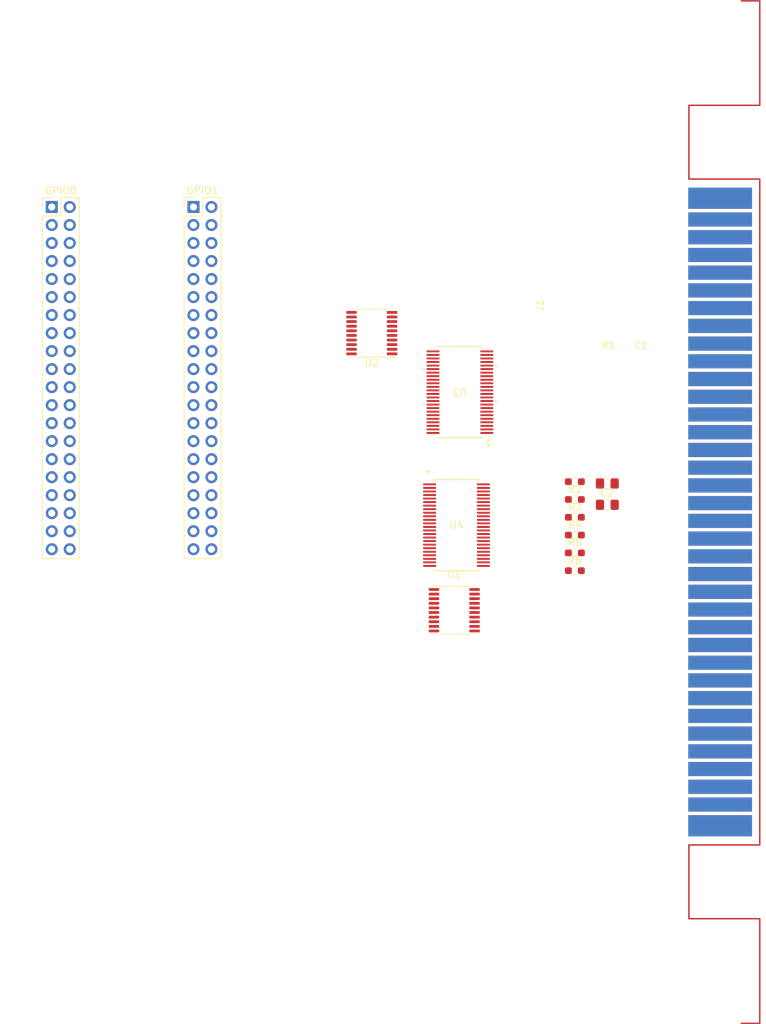
<source format=kicad_pcb>
(kicad_pcb (version 20221018) (generator pcbnew)
  (layers (0 "F.Cu" signal) (31 "B.Cu" signal) (34 "B.Paste" user) (35 "F.Paste" user) (36 "B.SilkS" user "B.Silkscreen") (37 "F.SilkS" user "F.Silkscreen") (38 "B.Mask" user) (39 "F.Mask" user) (44 "Edge.Cuts" user))
  (net 0 "")
  (net 1 "VcA")
  (net 2 "GND")
  (net 3 "VcB")
  (net 4 "(2)CPUA11")
  (net 5 "(3)CPUA10")
  (net 6 "(4)CPUA9")
  (net 7 "(5)CPUA8")
  (net 8 "(6)CPUA7")
  (net 9 "(7)CPUA6")
  (net 10 "(8)CPUA5")
  (net 11 "(9)CPUA4")
  (net 12 "(10)CPUA3")
  (net 13 "(11)CPUA2")
  (net 14 "(12)CPUA1")
  (net 15 "(13)CPUA0")
  (net 16 "(14)CPU.R{slash}W")
  (net 17 "(15){slash}IRQ")
  (net 18 "(16)EXP0")
  (net 19 "(17)EXP1")
  (net 20 "(18)EXP2")
  (net 21 "(19)EXP3")
  (net 22 "(20)EXP4")
  (net 23 "(21)PPU{slash}RD")
  (net 24 "(22)CIRAMA10")
  (net 25 "(23)PPUA6")
  (net 26 "(24)PPUA5")
  (net 27 "(25)PPUA4")
  (net 28 "(26)PPUA3")
  (net 29 "(27)PPUA2")
  (net 30 "(28)PPUA1")
  (net 31 "(29)PPUA0")
  (net 32 "(33)PPUD3")
  (net 33 "(32)PPUD2")
  (net 34 "(31)PPUD1")
  (net 35 "(30)PPUD0")
  (net 36 "(34)CICtoPak")
  (net 37 "(35)CICtoMB")
  (net 38 "(36)5V")
  (net 39 "(64)PPUA12")
  (net 40 "(65)PPUA13")
  (net 41 "(66)PPUD7")
  (net 42 "(67)PPUD6")
  (net 43 "(63)PPUA10")
  (net 44 "(58)PPU{slash}A13")
  (net 45 "(60)PPUA8")
  (net 46 "(59)PPUA7")
  (net 47 "(61)PPUA9")
  (net 48 "(62)PPUA11")
  (net 49 "(37)SYSTEM CLK")
  (net 50 "(38)M2")
  (net 51 "(39)CPUA12")
  (net 52 "(40)CPUA13")
  (net 53 "(53)EXP7")
  (net 54 "(51)EXP9")
  (net 55 "(52)EXP8")
  (net 56 "(42)CPUD7")
  (net 57 "(47)CPUD2")
  (net 58 "(56)PPU{slash}RD")
  (net 59 "(43)CPUD6")
  (net 60 "(45)CPUD4")
  (net 61 "(50){slash}ROMSEL ({slash}A15 + {slash}M2)")
  (net 62 "(46)CPUD3")
  (net 63 "(49)CPUD0")
  (net 64 "(55)EXP5")
  (net 65 "(48)CPUD1")
  (net 66 "(44)CPUD5")
  (net 67 "(41)CPUA14")
  (net 68 "(54)EXP6")
  (net 69 "(57)CIRAM{slash}CE")
  (net 70 "(68)PPUD5")
  (net 71 "(69)PPUD4")
  (net 72 "(70)CIC+RST")
  (net 73 "(71)CICCLK")
  (net 74 "Net-(U1-OE)")
  (net 75 "Net-(U2-OE)")
  (net 76 "Net-(U3-1OE*)")
  (net 77 "Net-(U3-2OE*)")
  (net 78 "Net-(U4-1OE*)")
  (net 79 "Net-(U4-2OE*)")
  (net 80 "(30C)PPUD0")
  (net 81 "(31C)PPUD1")
  (net 82 "(32C)PPUD2")
  (net 83 "(33C)PPUD3")
  (net 84 "(69C)PPUD4")
  (net 85 "(68C)PPUD5")
  (net 86 "(67C)PPUD6")
  (net 87 "(66C)PPUD7")
  (net 88 "(49C)CPUD0")
  (net 89 "(48C)CPUD1")
  (net 90 "(47C)CPUD2")
  (net 91 "(46C)CPUD3")
  (net 92 "(45C)CPUD4")
  (net 93 "(44C)CPUD5")
  (net 94 "(43C)CPUD6")
  (net 95 "(42C)CPUD7")
  (net 97 "GND.U3")
  (net 98 "(39C)CPUA12")
  (net 99 "(40C)CPUA13")
  (net 100 "(41C)CPUA14")
  (net 104 "(2C)CPUA11")
  (net 105 "(3C)CPUA10")
  (net 106 "(4C)CPUA9")
  (net 107 "(5C)CPUA8")
  (net 108 "(6C)CPUA7")
  (net 109 "(7C)CPUA6")
  (net 110 "(8C)CPUA5")
  (net 111 "(9C)CPUA4")
  (net 112 "(10C)CPUA3")
  (net 113 "(11C)CPUA2")
  (net 114 "(12C)CPUA1")
  (net 115 "(13C)CPUA0")
  (net 122 "GND.U4")
  (net 123 "(65C)PPUA13")
  (net 124 "(64C)PPUA12")
  (net 125 "(63C)PPUA10")
  (net 126 "(62C)PPUA11")
  (net 127 "(61C)PPUA9")
  (net 128 "(60C)PPUA8")
  (net 129 "(59C)PPUA7")
  (net 130 "(23C)PPUA6")
  (net 131 "(24C)PPUA5")
  (net 132 "(25C)PPUA4")
  (net 133 "(26C)PPUA3")
  (net 134 "(27C)PPUA2")
  (net 135 "(28C)PPUA1")
  (net 136 "(29C)PPUA0")
  (net 138 "(14C)CPU.R{slash}W")
  (net 139 "(15C){slash}IRQ")
  (net 140 "(57C)CIRAM{slash}CE")
  (net 141 "(22C)CIRAMA10")
  (net 146 "(38C)M2")
  (net 148 "(50C){slash}ROMSEL ({slash}A15 + {slash}M2)")
  (net 150 "(37C)SYSTEM CLK")
  (net 151 "(58C)PPU{slash}A13")
  (net 152 "(21C)PPU{slash}RD")
  (net 153 "(56C)PPU{slash}RD")
  (net 154 "(20C)EXP4")
  (net 155 "(55C)EXP5")
  (net 156 "(54C)EXP6")
  (net 157 "(19C)EXP3")
  (net 158 "(53C)EXP7")
  (net 159 "(18C)EXP2")
  (net 160 "(52C)EXP8")
  (net 161 "(17C)EXP1")
  (net 162 "(51C)EXP9")
  (net 163 "(16C)EXP0")
  (footprint "Resistor_SMD:R_0603_1608Metric_Pad0.98x0.95mm_HandSolder" (layer "F.Cu") (at 136.5 98.015)
    (fp_text reference "R5" (at 0 -1.43) (layer "F.SilkS"))
    (fp_text value "R")
    (fp_line (start -0.254724 -0.5225) (end 0.254724 -0.5225) (stroke (width 0.12)) (layer "F.SilkS"))
    (fp_line (start -0.254724 0.5225) (end 0.254724 0.5225) (stroke (width 0.12)) (layer "F.SilkS"))
    (pad "1" smd roundrect (at -0.9125 0) (size 0.975 0.95) (layers "F.Cu" "F.Paste" "F.Mask") (net 78 "Net-(U4-1OE*)"))
    (pad "2" smd roundrect (at 0.9125 0) (size 0.975 0.95) (layers "F.Cu" "F.Paste" "F.Mask") (net 1 "VcA"))
  )
  (footprint "Connector_PinHeader_2.54mm:PinHeader_2x20_P2.54mm_Vertical" (layer "F.Cu") (at 82.66 49.24)
    (fp_text reference "GPIO1" (at 1.27 -2.33) (layer "F.SilkS"))
    (fp_text value "Conn_02x20_Odd_Even")
    (fp_line (start -1.33 -1.33) (end 0 -1.33) (stroke (width 0.12)) (layer "F.SilkS"))
    (fp_line (start -1.33 0) (end -1.33 -1.33) (stroke (width 0.12)) (layer "F.SilkS"))
    (fp_line (start -1.33 1.27) (end -1.33 49.59) (stroke (width 0.12)) (layer "F.SilkS"))
    (fp_line (start -1.33 1.27) (end 1.27 1.27) (stroke (width 0.12)) (layer "F.SilkS"))
    (fp_line (start -1.33 49.59) (end 3.87 49.59) (stroke (width 0.12)) (layer "F.SilkS"))
    (fp_line (start 1.27 -1.33) (end 3.87 -1.33) (stroke (width 0.12)) (layer "F.SilkS"))
    (fp_line (start 1.27 1.27) (end 1.27 -1.33) (stroke (width 0.12)) (layer "F.SilkS"))
    (fp_line (start 3.87 -1.33) (end 3.87 49.59) (stroke (width 0.12)) (layer "F.SilkS"))
    (pad "1" thru_hole rect (at 0 0) (size 1.7 1.7) (drill 1) (layers "*.Cu" "*.Mask") (net 150 "(37C)SYSTEM CLK"))
    (pad "2" thru_hole oval (at 2.54 0) (size 1.7 1.7) (drill 1) (layers "*.Cu" "*.Mask") (net 136 "(29C)PPUA0"))
    (pad "3" thru_hole oval (at 0 2.54) (size 1.7 1.7) (drill 1) (layers "*.Cu" "*.Mask") (net 151 "(58C)PPU{slash}A13"))
    (pad "4" thru_hole oval (at 2.54 2.54) (size 1.7 1.7) (drill 1) (layers "*.Cu" "*.Mask") (net 135 "(28C)PPUA1"))
    (pad "5" thru_hole oval (at 0 5.08) (size 1.7 1.7) (drill 1) (layers "*.Cu" "*.Mask") (net 152 "(21C)PPU{slash}RD"))
    (pad "6" thru_hole oval (at 2.54 5.08) (size 1.7 1.7) (drill 1) (layers "*.Cu" "*.Mask") (net 134 "(27C)PPUA2"))
    (pad "7" thru_hole oval (at 0 7.62) (size 1.7 1.7) (drill 1) (layers "*.Cu" "*.Mask") (net 153 "(56C)PPU{slash}RD"))
    (pad "8" thru_hole oval (at 2.54 7.62) (size 1.7 1.7) (drill 1) (layers "*.Cu" "*.Mask") (net 133 "(26C)PPUA3"))
    (pad "9" thru_hole oval (at 0 10.16) (size 1.7 1.7) (drill 1) (layers "*.Cu" "*.Mask") (net 80 "(30C)PPUD0"))
    (pad "10" thru_hole oval (at 2.54 10.16) (size 1.7 1.7) (drill 1) (layers "*.Cu" "*.Mask") (net 132 "(25C)PPUA4"))
    (pad "11" thru_hole oval (at 0 12.7) (size 1.7 1.7) (drill 1) (layers "*.Cu" "*.Mask") (net 3 "VcB"))
    (pad "12" thru_hole oval (at 2.54 12.7) (size 1.7 1.7) (drill 1) (layers "*.Cu" "*.Mask") (net 2 "GND"))
    (pad "13" thru_hole oval (at 0 15.24) (size 1.7 1.7) (drill 1) (layers "*.Cu" "*.Mask") (net 81 "(31C)PPUD1"))
    (pad "14" thru_hole oval (at 2.54 15.24) (size 1.7 1.7) (drill 1) (layers "*.Cu" "*.Mask") (net 131 "(24C)PPUA5"))
    (pad "15" thru_hole oval (at 0 17.78) (size 1.7 1.7) (drill 1) (layers "*.Cu" "*.Mask") (net 82 "(32C)PPUD2"))
    (pad "16" thru_hole oval (at 2.54 17.78) (size 1.7 1.7) (drill 1) (layers "*.Cu" "*.Mask") (net 130 "(23C)PPUA6"))
    (pad "17" thru_hole oval (at 0 20.32) (size 1.7 1.7) (drill 1) (layers "*.Cu" "*.Mask") (net 83 "(33C)PPUD3"))
    (pad "18" thru_hole oval (at 2.54 20.32) (size 1.7 1.7) (drill 1) (layers "*.Cu" "*.Mask") (net 129 "(59C)PPUA7"))
    (pad "19" thru_hole oval (at 0 22.86) (size 1.7 1.7) (drill 1) (layers "*.Cu" "*.Mask") (net 84 "(69C)PPUD4"))
    (pad "20" thru_hole oval (at 2.54 22.86) (size 1.7 1.7) (drill 1) (layers "*.Cu" "*.Mask") (net 128 "(60C)PPUA8"))
    (pad "21" thru_hole oval (at 0 25.4) (size 1.7 1.7) (drill 1) (layers "*.Cu" "*.Mask") (net 85 "(68C)PPUD5"))
    (pad "22" thru_hole oval (at 2.54 25.4) (size 1.7 1.7) (drill 1) (layers "*.Cu" "*.Mask") (net 127 "(61C)PPUA9"))
    (pad "23" thru_hole oval (at 0 27.94) (size 1.7 1.7) (drill 1) (layers "*.Cu" "*.Mask") (net 86 "(67C)PPUD6"))
    (pad "24" thru_hole oval (at 2.54 27.94) (size 1.7 1.7) (drill 1) (layers "*.Cu" "*.Mask") (net 126 "(62C)PPUA11"))
    (pad "25" thru_hole oval (at 0 30.48) (size 1.7 1.7) (drill 1) (layers "*.Cu" "*.Mask") (net 87 "(66C)PPUD7"))
    (pad "26" thru_hole oval (at 2.54 30.48) (size 1.7 1.7) (drill 1) (layers "*.Cu" "*.Mask") (net 125 "(63C)PPUA10"))
    (pad "27" thru_hole oval (at 0 33.02) (size 1.7 1.7) (drill 1) (layers "*.Cu" "*.Mask") (net 154 "(20C)EXP4"))
    (pad "28" thru_hole oval (at 2.54 33.02) (size 1.7 1.7) (drill 1) (layers "*.Cu" "*.Mask") (net 124 "(64C)PPUA12"))
    (pad "29" thru_hole oval (at 0 35.56) (size 1.7 1.7) (drill 1) (layers "*.Cu" "*.Mask") (net 1 "VcA"))
    (pad "30" thru_hole oval (at 2.54 35.56) (size 1.7 1.7) (drill 1) (layers "*.Cu" "*.Mask") (net 2 "GND"))
    (pad "31" thru_hole oval (at 0 38.1) (size 1.7 1.7) (drill 1) (layers "*.Cu" "*.Mask") (net 155 "(55C)EXP5"))
    (pad "32" thru_hole oval (at 2.54 38.1) (size 1.7 1.7) (drill 1) (layers "*.Cu" "*.Mask") (net 123 "(65C)PPUA13"))
    (pad "33" thru_hole oval (at 0 40.64) (size 1.7 1.7) (drill 1) (layers "*.Cu" "*.Mask") (net 156 "(54C)EXP6"))
    (pad "34" thru_hole oval (at 2.54 40.64) (size 1.7 1.7) (drill 1) (layers "*.Cu" "*.Mask") (net 157 "(19C)EXP3"))
    (pad "35" thru_hole oval (at 0 43.18) (size 1.7 1.7) (drill 1) (layers "*.Cu" "*.Mask") (net 158 "(53C)EXP7"))
    (pad "36" thru_hole oval (at 2.54 43.18) (size 1.7 1.7) (drill 1) (layers "*.Cu" "*.Mask") (net 159 "(18C)EXP2"))
    (pad "37" thru_hole oval (at 0 45.72) (size 1.7 1.7) (drill 1) (layers "*.Cu" "*.Mask") (net 160 "(52C)EXP8"))
    (pad "38" thru_hole oval (at 2.54 45.72) (size 1.7 1.7) (drill 1) (layers "*.Cu" "*.Mask") (net 161 "(17C)EXP1"))
    (pad "39" thru_hole oval (at 0 48.26) (size 1.7 1.7) (drill 1) (layers "*.Cu" "*.Mask") (net 162 "(51C)EXP9"))
    (pad "40" thru_hole oval (at 2.54 48.26) (size 1.7 1.7) (drill 1) (layers "*.Cu" "*.Mask") (net 163 "(16C)EXP0"))
  )
  (footprint "74ALCC164245DGG:SOT362-1_NXP-M" (layer "F.Cu") (at 119.796297 94.1034)
    (fp_text reference "U4" (at 0 0 unlocked) (layer "F.SilkS"))
    (fp_text value "74ALVC164245DGG")
    (fp_text user "*" (at -4.0505 -7.1724) (layer "F.SilkS"))
    (fp_text user "*" (at -4.0505 -7.1724 unlocked) (layer "F.SilkS"))
    (fp_line (start -3.2258 6.4262) (end 3.2258 6.4262) (stroke (width 0.1524)) (layer "F.SilkS"))
    (fp_line (start 3.2258 -6.4262) (end -3.2258 -6.4262) (stroke (width 0.1524)) (layer "F.SilkS"))
    (fp_poly (pts (xy -5.210899 -1.4405) (xy -5.210899 -1.0595) (xy -4.956899 -1.0595) (xy -4.956899 -1.4405)) (fill solid) (layer "F.SilkS"))
    (fp_poly (pts (xy -5.210899 3.5595) (xy -5.210899 3.9405) (xy -4.956899 3.9405) (xy -4.956899 3.5595)) (fill solid) (layer "F.SilkS"))
    (fp_poly (pts (xy 5.210899 -1.940502) (xy 5.210899 -1.559502) (xy 4.956899 -1.559502) (xy 4.956899 -1.940502)) (fill solid) (layer "F.SilkS"))
    (fp_poly (pts (xy 5.210899 3.059501) (xy 5.210899 3.440501) (xy 4.956899 3.440501) (xy 4.956899 3.059501)) (fill solid) (layer "F.SilkS"))
    (pad "1" smd rect (at -3.7965 -5.749999) (size 1.812798 0.2794) (layers "F.Cu" "F.Paste" "F.Mask"))
    (pad "2" smd rect (at -3.7965 -5.25) (size 1.812798 0.2794) (layers "F.Cu" "F.Paste" "F.Mask") (net 31 "(29)PPUA0"))
    (pad "3" smd rect (at -3.7965 -4.750001) (size 1.812798 0.2794) (layers "F.Cu" "F.Paste" "F.Mask") (net 30 "(28)PPUA1"))
    (pad "4" smd rect (at -3.7965 -4.249999) (size 1.812798 0.2794) (layers "F.Cu" "F.Paste" "F.Mask") (net 2 "GND"))
    (pad "5" smd rect (at -3.7965 -3.75) (size 1.812798 0.2794) (layers "F.Cu" "F.Paste" "F.Mask") (net 29 "(27)PPUA2"))
    (pad "6" smd rect (at -3.7965 -3.250001) (size 1.812798 0.2794) (layers "F.Cu" "F.Paste" "F.Mask") (net 28 "(26)PPUA3"))
    (pad "7" smd rect (at -3.7965 -2.75) (size 1.812798 0.2794) (layers "F.Cu" "F.Paste" "F.Mask") (net 3 "VcB"))
    (pad "8" smd rect (at -3.7965 -2.250001) (size 1.812798 0.2794) (layers "F.Cu" "F.Paste" "F.Mask") (net 27 "(25)PPUA4"))
    (pad "9" smd rect (at -3.7965 -1.749999) (size 1.812798 0.2794) (layers "F.Cu" "F.Paste" "F.Mask") (net 26 "(24)PPUA5"))
    (pad "10" smd rect (at -3.7965 -1.25) (size 1.812798 0.2794) (layers "F.Cu" "F.Paste" "F.Mask") (net 2 "GND"))
    (pad "11" smd rect (at -3.7965 -0.750001) (size 1.812798 0.2794) (layers "F.Cu" "F.Paste" "F.Mask") (net 25 "(23)PPUA6"))
    (pad "12" smd rect (at -3.7965 -0.25) (size 1.812798 0.2794) (layers "F.Cu" "F.Paste" "F.Mask") (net 46 "(59)PPUA7"))
    (pad "13" smd rect (at -3.7965 0.25) (size 1.812798 0.2794) (layers "F.Cu" "F.Paste" "F.Mask") (net 45 "(60)PPUA8"))
    (pad "14" smd rect (at -3.7965 0.750001) (size 1.812798 0.2794) (layers "F.Cu" "F.Paste" "F.Mask") (net 47 "(61)PPUA9"))
    (pad "15" smd rect (at -3.7965 1.25) (size 1.812798 0.2794) (layers "F.Cu" "F.Paste" "F.Mask") (net 2 "GND"))
    (pad "16" smd rect (at -3.7965 1.749999) (size 1.812798 0.2794) (layers "F.Cu" "F.Paste" "F.Mask") (net 48 "(62)PPUA11"))
    (pad "17" smd rect (at -3.7965 2.250001) (size 1.812798 0.2794) (layers "F.Cu" "F.Paste" "F.Mask") (net 43 "(63)PPUA10"))
    (pad "18" smd rect (at -3.7965 2.75) (size 1.812798 0.2794) (layers "F.Cu" "F.Paste" "F.Mask") (net 3 "VcB"))
    (pad "19" smd rect (at -3.7965 3.250001) (size 1.812798 0.2794) (layers "F.Cu" "F.Paste" "F.Mask") (net 39 "(64)PPUA12"))
    (pad "20" smd rect (at -3.7965 3.75) (size 1.812798 0.2794) (layers "F.Cu" "F.Paste" "F.Mask") (net 40 "(65)PPUA13"))
    (pad "21" smd rect (at -3.7965 4.249999) (size 1.812798 0.2794) (layers "F.Cu" "F.Paste" "F.Mask") (net 2 "GND"))
    (pad "22" smd rect (at -3.7965 4.750001) (size 1.812798 0.2794) (layers "F.Cu" "F.Paste" "F.Mask"))
    (pad "23" smd rect (at -3.7965 5.25) (size 1.812798 0.2794) (layers "F.Cu" "F.Paste" "F.Mask"))
    (pad "24" smd rect (at -3.7965 5.750001) (size 1.812798 0.2794) (layers "F.Cu" "F.Paste" "F.Mask"))
    (pad "25" smd rect (at 3.7965 5.749999) (size 1.812798 0.2794) (layers "F.Cu" "F.Paste" "F.Mask") (net 79 "Net-(U4-2OE*)"))
    (pad "26" smd rect (at 3.7965 5.25) (size 1.812798 0.2794) (layers "F.Cu" "F.Paste" "F.Mask"))
    (pad "27" smd rect (at 3.7965 4.750001) (size 1.812798 0.2794) (layers "F.Cu" "F.Paste" "F.Mask"))
    (pad "28" smd rect (at 3.7965 4.249999) (size 1.812798 0.2794) (layers "F.Cu" "F.Paste" "F.Mask") (net 122 "GND.U4"))
    (pad "29" smd rect (at 3.7965 3.75) (size 1.812798 0.2794) (layers "F.Cu" "F.Paste" "F.Mask") (net 123 "(65C)PPUA13"))
    (pad "30" smd rect (at 3.7965 3.249999) (size 1.812798 0.2794) (layers "F.Cu" "F.Paste" "F.Mask") (net 124 "(64C)PPUA12"))
    (pad "31" smd rect (at 3.7965 2.75) (size 1.812798 0.2794) (layers "F.Cu" "F.Paste" "F.Mask") (net 1 "VcA"))
    (pad "32" smd rect (at 3.7965 2.250001) (size 1.812798 0.2794) (layers "F.Cu" "F.Paste" "F.Mask") (net 125 "(63C)PPUA10"))
    (pad "33" smd rect (at 3.7965 1.749999) (size 1.812798 0.2794) (layers "F.Cu" "F.Paste" "F.Mask") (net 126 "(62C)PPUA11"))
    (pad "34" smd rect (at 3.7965 1.25) (size 1.812798 0.2794) (layers "F.Cu" "F.Paste" "F.Mask") (net 122 "GND.U4"))
    (pad "35" smd rect (at 3.7965 0.749998) (size 1.812798 0.2794) (layers "F.Cu" "F.Paste" "F.Mask") (net 127 "(61C)PPUA9"))
    (pad "36" smd rect (at 3.7965 0.25) (size 1.812798 0.2794) (layers "F.Cu" "F.Paste" "F.Mask") (net 128 "(60C)PPUA8"))
    (pad "37" smd rect (at 3.7965 -0.25) (size 1.812798 0.2794) (layers "F.Cu" "F.Paste" "F.Mask") (net 129 "(59C)PPUA7"))
    (pad "38" smd rect (at 3.7965 -0.750001) (size 1.812798 0.2794) (layers "F.Cu" "F.Paste" "F.Mask") (net 130 "(23C)PPUA6"))
    (pad "39" smd rect (at 3.7965 -1.25) (size 1.812798 0.2794) (layers "F.Cu" "F.Paste" "F.Mask") (net 122 "GND.U4"))
    (pad "40" smd rect (at 3.7965 -1.749999) (size 1.812798 0.2794) (layers "F.Cu" "F.Paste" "F.Mask") (net 131 "(24C)PPUA5"))
    (pad "41" smd rect (at 3.7965 -2.250001) (size 1.812798 0.2794) (layers "F.Cu" "F.Paste" "F.Mask") (net 132 "(25C)PPUA4"))
    (pad "42" smd rect (at 3.7965 -2.75) (size 1.812798 0.2794) (layers "F.Cu" "F.Paste" "F.Mask") (net 1 "VcA"))
    (pad "43" smd rect (at 3.7965 -3.250001) (size 1.812798 0.2794) (layers "F.Cu" "F.Paste" "F.Mask") (net 133 "(26C)PPUA3"))
    (pad "44" smd rect (at 3.7965 -3.75) (size 1.812798 0.2794) (layers "F.Cu" "F.Paste" "F.Mask") (net 134 "(27C)PPUA2"))
    (pad "45" smd rect (at 3.7965 -4.249999) (size 1.812798 0.2794) (layers "F.Cu" "F.Paste" "F.Mask") (net 122 "GND.U4"))
    (pad "46" smd rect (at 3.7965 -4.750001) (size 1.812798 0.2794) (layers "F.Cu" "F.Paste" "F.Mask") (net 135 "(28C)PPUA1"))
    (pad "47" smd rect (at 3.7965 -5.25) (size 1.812798 0.2794) (layers "F.Cu" "F.Paste" "F.Mask") (net 136 "(29C)PPUA0"))
    (pad "48" smd rect (at 3.7965 -5.750001) (size 1.812798 0.2794) (layers "F.Cu" "F.Paste" "F.Mask") (net 78 "Net-(U4-1OE*)"))
  )
  (footprint "Connector_PinHeader_2.54mm:PinHeader_2x20_P2.54mm_Vertical" (layer "F.Cu") (at 62.66 49.24)
    (fp_text reference "GPIO0" (at 1.27 -2.33) (layer "F.SilkS"))
    (fp_text value "Conn_02x20_Odd_Even")
    (fp_line (start -1.33 -1.33) (end 0 -1.33) (stroke (width 0.12)) (layer "F.SilkS"))
    (fp_line (start -1.33 0) (end -1.33 -1.33) (stroke (width 0.12)) (layer "F.SilkS"))
    (fp_line (start -1.33 1.27) (end -1.33 49.59) (stroke (width 0.12)) (layer "F.SilkS"))
    (fp_line (start -1.33 1.27) (end 1.27 1.27) (stroke (width 0.12)) (layer "F.SilkS"))
    (fp_line (start -1.33 49.59) (end 3.87 49.59) (stroke (width 0.12)) (layer "F.SilkS"))
    (fp_line (start 1.27 -1.33) (end 3.87 -1.33) (stroke (width 0.12)) (layer "F.SilkS"))
    (fp_line (start 1.27 1.27) (end 1.27 -1.33) (stroke (width 0.12)) (layer "F.SilkS"))
    (fp_line (start 3.87 -1.33) (end 3.87 49.59) (stroke (width 0.12)) (layer "F.SilkS"))
    (pad "1" thru_hole rect (at 0 0) (size 1.7 1.7) (drill 1) (layers "*.Cu" "*.Mask"))
    (pad "2" thru_hole oval (at 2.54 0) (size 1.7 1.7) (drill 1) (layers "*.Cu" "*.Mask") (net 88 "(49C)CPUD0"))
    (pad "3" thru_hole oval (at 0 2.54) (size 1.7 1.7) (drill 1) (layers "*.Cu" "*.Mask") (net 114 "(12C)CPUA1"))
    (pad "4" thru_hole oval (at 2.54 2.54) (size 1.7 1.7) (drill 1) (layers "*.Cu" "*.Mask") (net 89 "(48C)CPUD1"))
    (pad "5" thru_hole oval (at 0 5.08) (size 1.7 1.7) (drill 1) (layers "*.Cu" "*.Mask") (net 113 "(11C)CPUA2"))
    (pad "6" thru_hole oval (at 2.54 5.08) (size 1.7 1.7) (drill 1) (layers "*.Cu" "*.Mask") (net 90 "(47C)CPUD2"))
    (pad "7" thru_hole oval (at 0 7.62) (size 1.7 1.7) (drill 1) (layers "*.Cu" "*.Mask") (net 112 "(10C)CPUA3"))
    (pad "8" thru_hole oval (at 2.54 7.62) (size 1.7 1.7) (drill 1) (layers "*.Cu" "*.Mask") (net 91 "(46C)CPUD3"))
    (pad "9" thru_hole oval (at 0 10.16) (size 1.7 1.7) (drill 1) (layers "*.Cu" "*.Mask") (net 111 "(9C)CPUA4"))
    (pad "10" thru_hole oval (at 2.54 10.16) (size 1.7 1.7) (drill 1) (layers "*.Cu" "*.Mask") (net 92 "(45C)CPUD4"))
    (pad "11" thru_hole oval (at 0 12.7) (size 1.7 1.7) (drill 1) (layers "*.Cu" "*.Mask") (net 3 "VcB"))
    (pad "12" thru_hole oval (at 2.54 12.7) (size 1.7 1.7) (drill 1) (layers "*.Cu" "*.Mask") (net 2 "GND"))
    (pad "13" thru_hole oval (at 0 15.24) (size 1.7 1.7) (drill 1) (layers "*.Cu" "*.Mask") (net 115 "(13C)CPUA0"))
    (pad "14" thru_hole oval (at 2.54 15.24) (size 1.7 1.7) (drill 1) (layers "*.Cu" "*.Mask") (net 93 "(44C)CPUD5"))
    (pad "15" thru_hole oval (at 0 17.78) (size 1.7 1.7) (drill 1) (layers "*.Cu" "*.Mask") (net 110 "(8C)CPUA5"))
    (pad "16" thru_hole oval (at 2.54 17.78) (size 1.7 1.7) (drill 1) (layers "*.Cu" "*.Mask") (net 94 "(43C)CPUD6"))
    (pad "17" thru_hole oval (at 0 20.32) (size 1.7 1.7) (drill 1) (layers "*.Cu" "*.Mask") (net 109 "(7C)CPUA6"))
    (pad "18" thru_hole oval (at 2.54 20.32) (size 1.7 1.7) (drill 1) (layers "*.Cu" "*.Mask") (net 95 "(42C)CPUD7"))
    (pad "19" thru_hole oval (at 0 22.86) (size 1.7 1.7) (drill 1) (layers "*.Cu" "*.Mask") (net 108 "(6C)CPUA7"))
    (pad "20" thru_hole oval (at 2.54 22.86) (size 1.7 1.7) (drill 1) (layers "*.Cu" "*.Mask") (net 138 "(14C)CPU.R{slash}W"))
    (pad "21" thru_hole oval (at 0 25.4) (size 1.7 1.7) (drill 1) (layers "*.Cu" "*.Mask") (net 107 "(5C)CPUA8"))
    (pad "22" thru_hole oval (at 2.54 25.4) (size 1.7 1.7) (drill 1) (layers "*.Cu" "*.Mask") (net 139 "(15C){slash}IRQ"))
    (pad "23" thru_hole oval (at 0 27.94) (size 1.7 1.7) (drill 1) (layers "*.Cu" "*.Mask") (net 106 "(4C)CPUA9"))
    (pad "24" thru_hole oval (at 2.54 27.94) (size 1.7 1.7) (drill 1) (layers "*.Cu" "*.Mask") (net 140 "(57C)CIRAM{slash}CE"))
    (pad "25" thru_hole oval (at 0 30.48) (size 1.7 1.7) (drill 1) (layers "*.Cu" "*.Mask") (net 105 "(3C)CPUA10"))
    (pad "26" thru_hole oval (at 2.54 30.48) (size 1.7 1.7) (drill 1) (layers "*.Cu" "*.Mask") (net 141 "(22C)CIRAMA10"))
    (pad "27" thru_hole oval (at 0 33.02) (size 1.7 1.7) (drill 1) (layers "*.Cu" "*.Mask") (net 104 "(2C)CPUA11"))
    (pad "28" thru_hole oval (at 2.54 33.02) (size 1.7 1.7) (drill 1) (layers "*.Cu" "*.Mask"))
    (pad "29" thru_hole oval (at 0 35.56) (size 1.7 1.7) (drill 1) (layers "*.Cu" "*.Mask") (net 1 "VcA"))
    (pad "30" thru_hole oval (at 2.54 35.56) (size 1.7 1.7) (drill 1) (layers "*.Cu" "*.Mask") (net 2 "GND"))
    (pad "31" thru_hole oval (at 0 38.1) (size 1.7 1.7) (drill 1) (layers "*.Cu" "*.Mask") (net 98 "(39C)CPUA12"))
    (pad "32" thru_hole oval (at 2.54 38.1) (size 1.7 1.7) (drill 1) (layers "*.Cu" "*.Mask"))
    (pad "33" thru_hole oval (at 0 40.64) (size 1.7 1.7) (drill 1) (layers "*.Cu" "*.Mask") (net 99 "(40C)CPUA13"))
    (pad "34" thru_hole oval (at 2.54 40.64) (size 1.7 1.7) (drill 1) (layers "*.Cu" "*.Mask"))
    (pad "35" thru_hole oval (at 0 43.18) (size 1.7 1.7) (drill 1) (layers "*.Cu" "*.Mask") (net 100 "(41C)CPUA14"))
    (pad "36" thru_hole oval (at 2.54 43.18) (size 1.7 1.7) (drill 1) (layers "*.Cu" "*.Mask"))
    (pad "37" thru_hole oval (at 0 45.72) (size 1.7 1.7) (drill 1) (layers "*.Cu" "*.Mask") (net 146 "(38C)M2"))
    (pad "38" thru_hole oval (at 2.54 45.72) (size 1.7 1.7) (drill 1) (layers "*.Cu" "*.Mask"))
    (pad "39" thru_hole oval (at 0 48.26) (size 1.7 1.7) (drill 1) (layers "*.Cu" "*.Mask") (net 148 "(50C){slash}ROMSEL ({slash}A15 + {slash}M2)"))
    (pad "40" thru_hole oval (at 2.54 48.26) (size 1.7 1.7) (drill 1) (layers "*.Cu" "*.Mask"))
  )
  (footprint "Resistor_SMD:R_0603_1608Metric_Pad0.98x0.95mm_HandSolder" (layer "F.Cu") (at 136.5 95.505)
    (fp_text reference "R4" (at 0 -1.43) (layer "F.SilkS"))
    (fp_text value "R")
    (fp_line (start -0.254724 -0.5225) (end 0.254724 -0.5225) (stroke (width 0.12)) (layer "F.SilkS"))
    (fp_line (start -0.254724 0.5225) (end 0.254724 0.5225) (stroke (width 0.12)) (layer "F.SilkS"))
    (pad "1" smd roundrect (at -0.9125 0) (size 0.975 0.95) (layers "F.Cu" "F.Paste" "F.Mask") (net 1 "VcA"))
    (pad "2" smd roundrect (at 0.9125 0) (size 0.975 0.95) (layers "F.Cu" "F.Paste" "F.Mask") (net 77 "Net-(U3-2OE*)"))
  )
  (footprint "OPENTENDO:NES_Edge_Connector" (layer "F.Cu") (at 163.25 30.25 -90)
    (fp_text reference "J1" (at 32.89 31.65 90) (layer "F.SilkS"))
    (fp_text value "Conn_02x36_Top_Bottom")
    (pad "1" smd rect (at 17.75 6.25 270) (size 3 9) (layers "F.Cu" "F.Paste" "F.Mask") (net 2 "GND"))
    (pad "2" smd rect (at 20.75 6.25 270) (size 2 9) (layers "F.Cu" "F.Paste" "F.Mask") (net 4 "(2)CPUA11"))
    (pad "3" smd rect (at 23.25 6.25 270) (size 2 9) (layers "F.Cu" "F.Paste" "F.Mask") (net 5 "(3)CPUA10"))
    (pad "4" smd rect (at 25.75 6.25 270) (size 2 9) (layers "F.Cu" "F.Paste" "F.Mask") (net 6 "(4)CPUA9"))
    (pad "5" smd rect (at 28.25 6.25 270) (size 2 9) (layers "F.Cu" "F.Paste" "F.Mask") (net 7 "(5)CPUA8"))
    (pad "6" smd rect (at 30.75 6.25 270) (size 2 9) (layers "F.Cu" "F.Paste" "F.Mask") (net 8 "(6)CPUA7"))
    (pad "7" smd rect (at 33.25 6.25 270) (size 2 9) (layers "F.Cu" "F.Paste" "F.Mask") (net 9 "(7)CPUA6"))
    (pad "8" smd rect (at 35.75 6.25 270) (size 2 9) (layers "F.Cu" "F.Paste" "F.Mask") (net 10 "(8)CPUA5"))
    (pad "9" smd rect (at 38.25 6.25 270) (size 2 9) (layers "F.Cu" "F.Paste" "F.Mask") (net 11 "(9)CPUA4"))
    (pad "10" smd rect (at 40.75 6.25 270) (size 2 9) (layers "F.Cu" "F.Paste" "F.Mask") (net 12 "(10)CPUA3"))
    (pad "11" smd rect (at 43.25 6.25 270) (size 2 9) (layers "F.Cu" "F.Paste" "F.Mask") (net 13 "(11)CPUA2"))
    (pad "12" smd rect (at 45.75 6.25 270) (size 2 9) (layers "F.Cu" "F.Paste" "F.Mask") (net 14 "(12)CPUA1"))
    (pad "13" smd rect (at 48.25 6.25 270) (size 2 9) (layers "F.Cu" "F.Paste" "F.Mask") (net 15 "(13)CPUA0"))
    (pad "14" smd rect (at 50.75 6.25 270) (size 2 9) (layers "F.Cu" "F.Paste" "F.Mask") (net 16 "(14)CPU.R{slash}W"))
    (pad "15" smd rect (at 53.25 6.25 270) (size 2 9) (layers "F.Cu" "F.Paste" "F.Mask") (net 17 "(15){slash}IRQ"))
    (pad "16" smd rect (at 55.75 6.25 270) (size 2 9) (layers "F.Cu" "F.Paste" "F.Mask") (net 18 "(16)EXP0"))
    (pad "17" smd rect (at 58.25 6.25 270) (size 2 9) (layers "F.Cu" "F.Paste" "F.Mask") (net 19 "(17)EXP1"))
    (pad "18" smd rect (at 60.75 6.25 270) (size 2 9) (layers "F.Cu" "F.Paste" "F.Mask") (net 20 "(18)EXP2"))
    (pad "19" smd rect (at 63.25 6.25 270) (size 2 9) (layers "F.Cu" "F.Paste" "F.Mask") (net 21 "(19)EXP3"))
    (pad "20" smd rect (at 65.75 6.25 270) (size 2 9) (layers "F.Cu" "F.Paste" "F.Mask") (net 22 "(20)EXP4"))
    (pad "21" smd rect (at 68.25 6.25 270) (size 2 9) (layers "F.Cu" "F.Paste" "F.Mask") (net 23 "(21)PPU{slash}RD"))
    (pad "22" smd rect (at 70.75 6.25 270) (size 2 9) (layers "F.Cu" "F.Paste" "F.Mask") (net 24 "(22)CIRAMA10"))
    (pad "23" smd rect (at 73.25 6.25 270) (size 2 9) (layers "F.Cu" "F.Paste" "F.Mask") (net 25 "(23)PPUA6"))
    (pad "24" smd rect (at 75.75 6.25 270) (size 2 9) (layers "F.Cu" "F.Paste" "F.Mask") (net 26 "(24)PPUA5"))
    (pad "25" smd rect (at 78.25 6.25 270) (size 2 9) (layers "F.Cu" "F.Paste" "F.Mask") (net 27 "(25)PPUA4"))
    (pad "26" smd rect (at 80.75 6.25 270) (size 2 9) (layers "F.Cu" "F.Paste" "F.Mask") (net 28 "(26)PPUA3"))
    (pad "27" smd rect (at 83.25 6.25 270) (size 2 9) (layers "F.Cu" "F.Paste" "F.Mask") (net 29 "(27)PPUA2"))
    (pad "28" smd rect (at 85.75 6.25 270) (size 2 9) (layers "F.Cu" "F.Paste" "F.Mask") (net 30 "(28)PPUA1"))
    (pad "29" smd rect (at 88.25 6.25 270) (size 2 9) (layers "F.Cu" "F.Paste" "F.Mask") (net 31 "(29)PPUA0"))
    (pad "30" smd rect (at 90.75 6.25 270) (size 2 9) (layers "F.Cu" "F.Paste" "F.Mask") (net 32 "(33)PPUD3"))
    (pad "31" smd rect (at 93.25 6.25 270) (size 2 9) (layers "F.Cu" "F.Paste" "F.Mask") (net 33 "(32)PPUD2"))
    (pad "32" smd rect (at 95.75 6.25 270) (size 2 9) (layers "F.Cu" "F.Paste" "F.Mask") (net 34 "(31)PPUD1"))
    (pad "33" smd rect (at 98.25 6.25 270) (size 2 9) (layers "F.Cu" "F.Paste" "F.Mask") (net 35 "(30)PPUD0"))
    (pad "34" smd rect (at 100.75 6.25 270) (size 2 9) (layers "F.Cu" "F.Paste" "F.Mask") (net 36 "(34)CICtoPak"))
    (pad "35" smd rect (at 103.25 6.25 270) (size 2 9) (layers "F.Cu" "F.Paste" "F.Mask") (net 37 "(35)CICtoMB"))
    (pad "36" smd rect (at 106.25 6.25 270) (size 3 9) (layers "F.Cu" "F.Paste" "F.Mask") (net 38 "(36)5V"))
    (pad "37" smd rect (at 17.75 6.25 270) (size 3 9) (layers "B.Cu" "B.Paste" "B.Mask") (net 49 "(37)SYSTEM CLK"))
    (pad "38" smd rect (at 20.75 6.25 270) (size 2 9) (layers "B.Cu" "B.Paste" "B.Mask") (net 50 "(38)M2"))
    (pad "39" smd rect (at 23.25 6.25 270) (size 2 9) (layers "B.Cu" "B.Paste" "B.Mask") (net 51 "(39)CPUA12"))
    (pad "40" smd rect (at 25.75 6.25 270) (size 2 9) (layers "B.Cu" "B.Paste" "B.Mask") (net 52 "(40)CPUA13"))
    (pad "41" smd rect (at 28.25 6.25 270) (size 2 9) (layers "B.Cu" "B.Paste" "B.Mask") (net 67 "(41)CPUA14"))
    (pad "42" smd rect (at 30.75 6.25 270) (size 2 9) (layers "B.Cu" "B.Paste" "B.Mask") (net 56 "(42)CPUD7"))
    (pad "43" smd rect (at 33.25 6.25 270) (size 2 9) (layers "B.Cu" "B.Paste" "B.Mask") (net 59 "(43)CPUD6"))
    (pad "44" smd rect (at 35.75 6.25 270) (size 2 9) (layers "B.Cu" "B.Paste" "B.Mask") (net 66 "(44)CPUD5"))
    (pad "45" smd rect (at 38.25 6.25 270) (size 2 9) (layers "B.Cu" "B.Paste" "B.Mask") (net 60 "(45)CPUD4"))
    (pad "46" smd rect (at 40.75 6.25 270) (size 2 9) (layers "B.Cu" "B.Paste" "B.Mask") (net 62 "(46)CPUD3"))
    (pad "47" smd rect (at 43.25 6.25 270) (size 2 9) (layers "B.Cu" "B.Paste" "B.Mask") (net 57 "(47)CPUD2"))
    (pad "48" smd rect (at 45.75 6.25 270) (size 2 9) (layers "B.Cu" "B.Paste" "B.Mask") (net 65 "(48)CPUD1"))
    (pad "49" smd rect (at 48.25 6.25 270) (size 2 9) (layers "B.Cu" "B.Paste" "B.Mask") (net 63 "(49)CPUD0"))
    (pad "50" smd rect (at 50.75 6.25 270) (size 2 9) (layers "B.Cu" "B.Paste" "B.Mask") (net 61 "(50){slash}ROMSEL ({slash}A15 + {slash}M2)"))
    (pad "51" smd rect (at 53.25 6.25 270) (size 2 9) (layers "B.Cu" "B.Paste" "B.Mask") (net 54 "(51)EXP9"))
    (pad "52" smd rect (at 55.75 6.25 270) (size 2 9) (layers "B.Cu" "B.Paste" "B.Mask") (net 55 "(52)EXP8"))
    (pad "53" smd rect (at 58.25 6.25 270) (size 2 9) (layers "B.Cu" "B.Paste" "B.Mask") (net 53 "(53)EXP7"))
    (pad "54" smd rect (at 60.75 6.25 270) (size 2 9) (layers "B.Cu" "B.Paste" "B.Mask") (net 68 "(54)EXP6"))
    (pad "55" smd rect (at 63.25 6.25 270) (size 2 9) (layers "B.Cu" "B.Paste" "B.Mask") (net 64 "(55)EXP5"))
    (pad "56" smd rect (at 65.75 6.25 270) (size 2 9) (layers "B.Cu" "B.Paste" "B.Mask") (net 58 "(56)PPU{slash}RD"))
    (pad "57" smd rect (at 68.25 6.25 270) (size 2 9) (layers "B.Cu" "B.Paste" "B.Mask") (net 69 "(57)CIRAM{slash}CE"))
    (pad "58" smd rect (at 70.75 6.25 270) (size 2 9) (layers "B.Cu" "B.Paste" "B.Mask") (net 44 "(58)PPU{slash}A13"))
    (pad "59" smd rect (at 73.25 6.25 270) (size 2 9) (layers "B.Cu" "B.Paste" "B.Mask") (net 46 "(59)PPUA7"))
    (pad "60" smd rect (at 75.75 6.25 270) (size 2 9) (layers "B.Cu" "B.Paste" "B.Mask") (net 45 "(60)PPUA8"))
    (pad "61" smd rect (at 78.25 6.25 270) (size 2 9) (layers "B.Cu" "B.Paste" "B.Mask") (net 47 "(61)PPUA9"))
    (pad "62" smd rect (at 80.75 6.25 270) (size 2 9) (layers "B.Cu" "B.Paste" "B.Mask") (net 48 "(62)PPUA11"))
    (pad "63" smd rect (at 83.25 6.25 270) (size 2 9) (layers "B.Cu" "B.Paste" "B.Mask") (net 43 "(63)PPUA10"))
    (pad "64" smd rect (at 85.75 6.25 270) (size 2 9) (layers "B.Cu" "B.Paste" "B.Mask") (net 39 "(64)PPUA12"))
    (pad "65" smd rect (at 88.25 6.25 270) (size 2 9) (layers "B.Cu" "B.Paste" "B.Mask") (net 40 "(65)PPUA13"))
    (pad "66" smd rect (at 90.75 6.25 270) (size 2 9) (layers "B.Cu" "B.Paste" "B.Mask") (net 41 "(66)PPUD7"))
    (pad "67" smd rect (at 93.25 6.25 270) (size 2 9) (layers "B.Cu" "B.Paste" "B.Mask") (net 42 "(67)PPUD6"))
    (pad "68" smd rect (at 95.75 6.25 270) (size 2 9) (layers "B.Cu" "B.Paste" "B.Mask") (net 70 "(68)PPUD5"))
    (pad "69" smd rect (at 98.25 6.25 270) (size 2 9) (layers "B.Cu" "B.Paste" "B.Mask") (net 71 "(69)PPUD4"))
    (pad "70" smd rect (at 100.75 6.25 270) (size 2 9) (layers "B.Cu" "B.Paste" "B.Mask") (net 72 "(70)CIC+RST"))
    (pad "71" smd rect (at 103.25 6.25 270) (size 2 9) (layers "B.Cu" "B.Paste" "B.Mask") (net 73 "(71)CICCLK"))
    (pad "72" smd rect (at 106.25 6.25 270) (size 3 9) (layers "B.Cu" "B.Paste" "B.Mask") (net 2 "GND"))
  )
  (footprint "Package_SO:TSSOP-20_4.4x6.5mm_P0.65mm" (layer "F.Cu") (at 107.8375 67.025 180)
    (fp_text reference "U2" (at 0 -4.2 -360) (layer "F.SilkS"))
    (fp_text value "TXS0108EPW")
    (fp_line (start 0 -3.385) (end -3.6 -3.385) (stroke (width 0.12)) (layer "F.SilkS"))
    (fp_line (start 0 -3.385) (end 2.2 -3.385) (stroke (width 0.12)) (layer "F.SilkS"))
    (fp_line (start 0 3.385) (end -2.2 3.385) (stroke (width 0.12)) (layer "F.SilkS"))
    (fp_line (start 0 3.385) (end 2.2 3.385) (stroke (width 0.12)) (layer "F.SilkS"))
    (pad "1" smd roundrect (at -2.8625 -2.925 180) (size 1.475 0.4) (layers "F.Cu" "F.Paste" "F.Mask") (net 88 "(49C)CPUD0"))
    (pad "2" smd roundrect (at -2.8625 -2.275 180) (size 1.475 0.4) (layers "F.Cu" "F.Paste" "F.Mask") (net 1 "VcA"))
    (pad "3" smd roundrect (at -2.8625 -1.625 180) (size 1.475 0.4) (layers "F.Cu" "F.Paste" "F.Mask") (net 89 "(48C)CPUD1"))
    (pad "4" smd roundrect (at -2.8625 -0.975 180) (size 1.475 0.4) (layers "F.Cu" "F.Paste" "F.Mask") (net 90 "(47C)CPUD2"))
    (pad "5" smd roundrect (at -2.8625 -0.325 180) (size 1.475 0.4) (layers "F.Cu" "F.Paste" "F.Mask") (net 91 "(46C)CPUD3"))
    (pad "6" smd roundrect (at -2.8625 0.325 180) (size 1.475 0.4) (layers "F.Cu" "F.Paste" "F.Mask") (net 92 "(45C)CPUD4"))
    (pad "7" smd roundrect (at -2.8625 0.975 180) (size 1.475 0.4) (layers "F.Cu" "F.Paste" "F.Mask") (net 93 "(44C)CPUD5"))
    (pad "8" smd roundrect (at -2.8625 1.625 180) (size 1.475 0.4) (layers "F.Cu" "F.Paste" "F.Mask") (net 94 "(43C)CPUD6"))
    (pad "9" smd roundrect (at -2.8625 2.275 180) (size 1.475 0.4) (layers "F.Cu" "F.Paste" "F.Mask") (net 95 "(42C)CPUD7"))
    (pad "10" smd roundrect (at -2.8625 2.925 180) (size 1.475 0.4) (layers "F.Cu" "F.Paste" "F.Mask") (net 75 "Net-(U2-OE)"))
    (pad "11" smd roundrect (at 2.8625 2.925 180) (size 1.475 0.4) (layers "F.Cu" "F.Paste" "F.Mask") (net 2 "GND"))
    (pad "12" smd roundrect (at 2.8625 2.275 180) (size 1.475 0.4) (layers "F.Cu" "F.Paste" "F.Mask") (net 56 "(42)CPUD7"))
    (pad "13" smd roundrect (at 2.8625 1.625 180) (size 1.475 0.4) (layers "F.Cu" "F.Paste" "F.Mask") (net 59 "(43)CPUD6"))
    (pad "14" smd roundrect (at 2.8625 0.975 180) (size 1.475 0.4) (layers "F.Cu" "F.Paste" "F.Mask") (net 66 "(44)CPUD5"))
    (pad "15" smd roundrect (at 2.8625 0.325 180) (size 1.475 0.4) (layers "F.Cu" "F.Paste" "F.Mask") (net 60 "(45)CPUD4"))
    (pad "16" smd roundrect (at 2.8625 -0.325 180) (size 1.475 0.4) (layers "F.Cu" "F.Paste" "F.Mask") (net 62 "(46)CPUD3"))
    (pad "17" smd roundrect (at 2.8625 -0.975 180) (size 1.475 0.4) (layers "F.Cu" "F.Paste" "F.Mask") (net 57 "(47)CPUD2"))
    (pad "18" smd roundrect (at 2.8625 -1.625 180) (size 1.475 0.4) (layers "F.Cu" "F.Paste" "F.Mask") (net 65 "(48)CPUD1"))
    (pad "19" smd roundrect (at 2.8625 -2.275 180) (size 1.475 0.4) (layers "F.Cu" "F.Paste" "F.Mask") (net 3 "VcB"))
    (pad "20" smd roundrect (at 2.8625 -2.925 180) (size 1.475 0.4) (layers "F.Cu" "F.Paste" "F.Mask") (net 63 "(49)CPUD0"))
  )
  (footprint "Resistor_SMD:R_0603_1608Metric_Pad0.98x0.95mm_HandSolder" (layer "F.Cu") (at 136.5 90.485)
    (fp_text reference "R2" (at 0 -1.43) (layer "F.SilkS"))
    (fp_text value "10k")
    (fp_line (start -0.254724 -0.5225) (end 0.254724 -0.5225) (stroke (width 0.12)) (layer "F.SilkS"))
    (fp_line (start -0.254724 0.5225) (end 0.254724 0.5225) (stroke (width 0.12)) (layer "F.SilkS"))
    (pad "1" smd roundrect (at -0.9125 0) (size 0.975 0.95) (layers "F.Cu" "F.Paste" "F.Mask") (net 75 "Net-(U2-OE)"))
    (pad "2" smd roundrect (at 0.9125 0) (size 0.975 0.95) (layers "F.Cu" "F.Paste" "F.Mask") (net 2 "GND"))
  )
  (footprint "Resistor_SMD:R_0603_1608Metric_Pad0.98x0.95mm_HandSolder" (layer "F.Cu") (at 136.5 100.525)
    (fp_text reference "R6" (at 0 -1.43) (layer "F.SilkS"))
    (fp_text value "R")
    (fp_line (start -0.254724 -0.5225) (end 0.254724 -0.5225) (stroke (width 0.12)) (layer "F.SilkS"))
    (fp_line (start -0.254724 0.5225) (end 0.254724 0.5225) (stroke (width 0.12)) (layer "F.SilkS"))
    (pad "1" smd roundrect (at -0.9125 0) (size 0.975 0.95) (layers "F.Cu" "F.Paste" "F.Mask") (net 1 "VcA"))
    (pad "2" smd roundrect (at 0.9125 0) (size 0.975 0.95) (layers "F.Cu" "F.Paste" "F.Mask") (net 79 "Net-(U4-2OE*)"))
  )
  (footprint "Capacitor_SMD:C_0805_2012Metric_Pad1.18x1.45mm_HandSolder" (layer "F.Cu") (at 141.08 91.235)
    (fp_text reference "C2" (at 0 -1.68) (layer "F.SilkS"))
    (fp_text value "0.1 uF")
    (fp_line (start -0.261252 -0.735) (end 0.261252 -0.735) (stroke (width 0.12)) (layer "F.SilkS"))
    (fp_line (start -0.261252 0.735) (end 0.261252 0.735) (stroke (width 0.12)) (layer "F.SilkS"))
    (pad "1" smd roundrect (at -1.0375 0) (size 1.175 1.45) (layers "F.Cu" "F.Paste" "F.Mask") (roundrect_rratio 0.212766) (net 3 "VcB"))
    (pad "2" smd roundrect (at 1.0375 0) (size 1.175 1.45) (layers "F.Cu" "F.Paste" "F.Mask") (roundrect_rratio 0.212766) (net 2 "GND"))
  )
  (footprint "Capacitor_SMD:C_0805_2012Metric_Pad1.18x1.45mm_HandSolder" (layer "F.Cu") (at 141.08 88.225)
    (fp_text reference "C1" (at 4.74 -19.46) (layer "F.SilkS"))
    (fp_text value "0.1 uF")
    (fp_line (start -0.261252 -0.735) (end 0.261252 -0.735) (stroke (width 0.12)) (layer "F.SilkS"))
    (fp_line (start -0.261252 0.735) (end 0.261252 0.735) (stroke (width 0.12)) (layer "F.SilkS"))
    (pad "1" smd roundrect (at -1.0375 0) (size 1.175 1.45) (layers "F.Cu" "F.Paste" "F.Mask") (roundrect_rratio 0.212766) (net 1 "VcA"))
    (pad "2" smd roundrect (at 1.0375 0) (size 1.175 1.45) (layers "F.Cu" "F.Paste" "F.Mask") (roundrect_rratio 0.212766) (net 2 "GND"))
  )
  (footprint "Package_SO:TSSOP-20_4.4x6.5mm_P0.65mm" (layer "F.Cu") (at 119.475 106.099999)
    (fp_text reference "U1" (at 0 -5) (layer "F.SilkS"))
    (fp_text value "TXS0108EPW")
    (fp_line (start 0 -3.385) (end -3.6 -3.385) (stroke (width 0.12)) (layer "F.SilkS"))
    (fp_line (start 0 -3.385) (end 2.2 -3.385) (stroke (width 0.12)) (layer "F.SilkS"))
    (fp_line (start 0 3.385) (end -2.2 3.385) (stroke (width 0.12)) (layer "F.SilkS"))
    (fp_line (start 0 3.385) (end 2.2 3.385) (stroke (width 0.12)) (layer "F.SilkS"))
    (pad "1" smd roundrect (at -2.8625 -2.925) (size 1.475 0.4) (layers "F.Cu" "F.Paste" "F.Mask") (net 80 "(30C)PPUD0"))
    (pad "2" smd roundrect (at -2.8625 -2.275) (size 1.475 0.4) (layers "F.Cu" "F.Paste" "F.Mask") (net 1 "VcA"))
    (pad "3" smd roundrect (at -2.8625 -1.625) (size 1.475 0.4) (layers "F.Cu" "F.Paste" "F.Mask") (net 81 "(31C)PPUD1"))
    (pad "4" smd roundrect (at -2.8625 -0.975) (size 1.475 0.4) (layers "F.Cu" "F.Paste" "F.Mask") (net 82 "(32C)PPUD2"))
    (pad "5" smd roundrect (at -2.8625 -0.325) (size 1.475 0.4) (layers "F.Cu" "F.Paste" "F.Mask") (net 83 "(33C)PPUD3"))
    (pad "6" smd roundrect (at -2.8625 0.325) (size 1.475 0.4) (layers "F.Cu" "F.Paste" "F.Mask") (net 84 "(69C)PPUD4"))
    (pad "7" smd roundrect (at -2.8625 0.975) (size 1.475 0.4) (layers "F.Cu" "F.Paste" "F.Mask") (net 85 "(68C)PPUD5"))
    (pad "8" smd roundrect (at -2.8625 1.625) (size 1.475 0.4) (layers "F.Cu" "F.Paste" "F.Mask") (net 86 "(67C)PPUD6"))
    (pad "9" smd roundrect (at -2.8625 2.275) (size 1.475 0.4) (layers "F.Cu" "F.Paste" "F.Mask") (net 87 "(66C)PPUD7"))
    (pad "10" smd roundrect (at -2.8625 2.925) (size 1.475 0.4) (layers "F.Cu" "F.Paste" "F.Mask") (net 74 "Net-(U1-OE)"))
    (pad "11" smd roundrect (at 2.8625 2.925) (size 1.475 0.4) (layers "F.Cu" "F.Paste" "F.Mask") (net 2 "GND"))
    (pad "12" smd roundrect (at 2.8625 2.275) (size 1.475 0.4) (layers "F.Cu" "F.Paste" "F.Mask") (net 41 "(66)PPUD7"))
    (pad "13" smd roundrect (at 2.8625 1.625) (size 1.475 0.4) (layers "F.Cu" "F.Paste" "F.Mask") (net 42 "(67)PPUD6"))
    (pad "14" smd roundrect (at 2.8625 0.975) (size 1.475 0.4) (layers "F.Cu" "F.Paste" "F.Mask") (net 70 "(68)PPUD5"))
    (pad "15" smd roundrect (at 2.8625 0.325) (size 1.475 0.4) (layers "F.Cu" "F.Paste" "F.Mask") (net 71 "(69)PPUD4"))
    (pad "16" smd roundrect (at 2.8625 -0.325) (size 1.475 0.4) (layers "F.Cu" "F.Paste" "F.Mask") (net 32 "(33)PPUD3"))
    (pad "17" smd roundrect (at 2.8625 -0.975) (size 1.475 0.4) (layers "F.Cu" "F.Paste" "F.Mask") (net 33 "(32)PPUD2"))
    (pad "18" smd roundrect (at 2.8625 -1.625) (size 1.475 0.4) (layers "F.Cu" "F.Paste" "F.Mask") (net 34 "(31)PPUD1"))
    (pad "19" smd roundrect (at 2.8625 -2.275) (size 1.475 0.4) (layers "F.Cu" "F.Paste" "F.Mask") (net 3 "VcB"))
    (pad "20" smd roundrect (at 2.8625 -2.925) (size 1.475 0.4) (layers "F.Cu" "F.Paste" "F.Mask") (net 35 "(30)PPUD0"))
  )
  (footprint "74ALCC164245DGG:SOT362-1_NXP-M" (layer "F.Cu") (at 120.2715 75.349999 180)
    (fp_text reference "U3" (at 0 0 180 unlocked) (layer "F.SilkS"))
    (fp_text value "74ALVC164245DGG")
    (fp_text user "*" (at -4.0505 -7.1724) (layer "F.SilkS"))
    (fp_text user "*" (at -4.0505 -7.1724 180 unlocked) (layer "F.SilkS"))
    (fp_line (start -3.2258 6.4262) (end 3.2258 6.4262) (stroke (width 0.1524)) (layer "F.SilkS"))
    (fp_line (start 3.2258 -6.4262) (end -3.2258 -6.4262) (stroke (width 0.1524)) (layer "F.SilkS"))
    (fp_poly (pts (xy -5.210899 -1.4405) (xy -5.210899 -1.0595) (xy -4.956899 -1.0595) (xy -4.956899 -1.4405)) (fill solid) (layer "F.SilkS"))
    (fp_poly (pts (xy -5.210899 3.5595) (xy -5.210899 3.9405) (xy -4.956899 3.9405) (xy -4.956899 3.5595)) (fill solid) (layer "F.SilkS"))
    (fp_poly (pts (xy 5.210899 -1.940502) (xy 5.210899 -1.559502) (xy 4.956899 -1.559502) (xy 4.956899 -1.940502)) (fill solid) (layer "F.SilkS"))
    (fp_poly (pts (xy 5.210899 3.059501) (xy 5.210899 3.440501) (xy 4.956899 3.440501) (xy 4.956899 3.059501)) (fill solid) (layer "F.SilkS"))
    (pad "1" smd rect (at -3.7965 -5.749999 180) (size 1.812798 0.2794) (layers "F.Cu" "F.Paste" "F.Mask"))
    (pad "2" smd rect (at -3.7965 -5.25 180) (size 1.812798 0.2794) (layers "F.Cu" "F.Paste" "F.Mask") (net 15 "(13)CPUA0"))
    (pad "3" smd rect (at -3.7965 -4.750001 180) (size 1.812798 0.2794) (layers "F.Cu" "F.Paste" "F.Mask") (net 14 "(12)CPUA1"))
    (pad "4" smd rect (at -3.7965 -4.249999 180) (size 1.812798 0.2794) (layers "F.Cu" "F.Paste" "F.Mask") (net 97 "GND.U3"))
    (pad "5" smd rect (at -3.7965 -3.75 180) (size 1.812798 0.2794) (layers "F.Cu" "F.Paste" "F.Mask") (net 13 "(11)CPUA2"))
    (pad "6" smd rect (at -3.7965 -3.250001 180) (size 1.812798 0.2794) (layers "F.Cu" "F.Paste" "F.Mask") (net 12 "(10)CPUA3"))
    (pad "7" smd rect (at -3.7965 -2.75 180) (size 1.812798 0.2794) (layers "F.Cu" "F.Paste" "F.Mask") (net 3 "VcB"))
    (pad "8" smd rect (at -3.7965 -2.250001 180) (size 1.812798 0.2794) (layers "F.Cu" "F.Paste" "F.Mask") (net 11 "(9)CPUA4"))
    (pad "9" smd rect (at -3.7965 -1.749999 180) (size 1.812798 0.2794) (layers "F.Cu" "F.Paste" "F.Mask") (net 10 "(8)CPUA5"))
    (pad "10" smd rect (at -3.7965 -1.25 180) (size 1.812798 0.2794) (layers "F.Cu" "F.Paste" "F.Mask") (net 97 "GND.U3"))
    (pad "11" smd rect (at -3.7965 -0.750001 180) (size 1.812798 0.2794) (layers "F.Cu" "F.Paste" "F.Mask") (net 9 "(7)CPUA6"))
    (pad "12" smd rect (at -3.7965 -0.25 180) (size 1.812798 0.2794) (layers "F.Cu" "F.Paste" "F.Mask") (net 8 "(6)CPUA7"))
    (pad "13" smd rect (at -3.7965 0.25 180) (size 1.812798 0.2794) (layers "F.Cu" "F.Paste" "F.Mask") (net 7 "(5)CPUA8"))
    (pad "14" smd rect (at -3.7965 0.750001 180) (size 1.812798 0.2794) (layers "F.Cu" "F.Paste" "F.Mask") (net 6 "(4)CPUA9"))
    (pad "15" smd rect (at -3.7965 1.25 180) (size 1.812798 0.2794) (layers "F.Cu" "F.Paste" "F.Mask") (net 97 "GND.U3"))
    (pad "16" smd rect (at -3.7965 1.749999 180) (size 1.812798 0.2794) (layers "F.Cu" "F.Paste" "F.Mask") (net 5 "(3)CPUA10"))
    (pad "17" smd rect (at -3.7965 2.250001 180) (size 1.812798 0.2794) (layers "F.Cu" "F.Paste" "F.Mask") (net 4 "(2)CPUA11"))
    (pad "18" smd rect (at -3.7965 2.75 180) (size 1.812798 0.2794) (layers "F.Cu" "F.Paste" "F.Mask") (net 3 "VcB"))
    (pad "19" smd rect (at -3.7965 3.250001 180) (size 1.812798 0.2794) (layers "F.Cu" "F.Paste" "F.Mask") (net 98 "(39C)CPUA12"))
    (pad "20" smd rect (at -3.7965 3.75 180) (size 1.812798 0.2794) (layers "F.Cu" "F.Paste" "F.Mask") (net 99 "(40C)CPUA13"))
    (pad "21" smd rect (at -3.7965 4.249999 180) (size 1.812798 0.2794) (layers "F.Cu" "F.Paste" "F.Mask") (net 97 "GND.U3"))
    (pad "22" smd rect (at -3.7965 4.750001 180) (size 1.812798 0.2794) (layers "F.Cu" "F.Paste" "F.Mask") (net 100 "(41C)CPUA14"))
    (pad "23" smd rect (at -3.7965 5.25 180) (size 1.812798 0.2794) (layers "F.Cu" "F.Paste" "F.Mask"))
    (pad "24" smd rect (at -3.7965 5.750001 180) (size 1.812798 0.2794) (layers "F.Cu" "F.Paste" "F.Mask"))
    (pad "25" smd rect (at 3.7965 5.749999 180) (size 1.812798 0.2794) (layers "F.Cu" "F.Paste" "F.Mask") (net 77 "Net-(U3-2OE*)"))
    (pad "26" smd rect (at 3.7965 5.25 180) (size 1.812798 0.2794) (layers "F.Cu" "F.Paste" "F.Mask"))
    (pad "27" smd rect (at 3.7965 4.750001 180) (size 1.812798 0.2794) (layers "F.Cu" "F.Paste" "F.Mask") (net 100 "(41C)CPUA14"))
    (pad "28" smd rect (at 3.7965 4.249999 180) (size 1.812798 0.2794) (layers "F.Cu" "F.Paste" "F.Mask") (net 97 "GND.U3"))
    (pad "29" smd rect (at 3.7965 3.75 180) (size 1.812798 0.2794) (layers "F.Cu" "F.Paste" "F.Mask") (net 99 "(40C)CPUA13"))
    (pad "30" smd rect (at 3.7965 3.249999 180) (size 1.812798 0.2794) (layers "F.Cu" "F.Paste" "F.Mask") (net 98 "(39C)CPUA12"))
    (pad "31" smd rect (at 3.7965 2.75 180) (size 1.812798 0.2794) (layers "F.Cu" "F.Paste" "F.Mask") (net 1 "VcA"))
    (pad "32" smd rect (at 3.7965 2.250001 180) (size 1.812798 0.2794) (layers "F.Cu" "F.Paste" "F.Mask") (net 104 "(2C)CPUA11"))
    (pad "33" smd rect (at 3.7965 1.749999 180) (size 1.812798 0.2794) (layers "F.Cu" "F.Paste" "F.Mask") (net 105 "(3C)CPUA10"))
    (pad "34" smd rect (at 3.7965 1.25 180) (size 1.812798 0.2794) (layers "F.Cu" "F.Paste" "F.Mask") (net 97 "GND.U3"))
    (pad "35" smd rect (at 3.7965 0.749998 180) (size 1.812798 0.2794) (layers "F.Cu" "F.Paste" "F.Mask") (net 106 "(4C)CPUA9"))
    (pad "36" smd rect (at 3.7965 0.25 180) (size 1.812798 0.2794) (layers "F.Cu" "F.Paste" "F.Mask") (net 107 "(5C)CPUA8"))
    (pad "37" smd rect (at 3.7965 -0.25 180) (size 1.812798 0.2794) (layers "F.Cu" "F.Paste" "F.Mask") (net 108 "(6C)CPUA7"))
    (pad "38" smd rect (at 3.7965 -0.750001 180) (size 1.812798 0.2794) (layers "F.Cu" "F.Paste" "F.Mask") (net 109 "(7C)CPUA6"))
    (pad "39" smd rect (at 3.7965 -1.25 180) (size 1.812798 0.2794) (layers "F.Cu" "F.Paste" "F.Mask") (net 97 "GND.U3"))
    (pad "40" smd rect (at 3.7965 -1.749999 180) (size 1.812798 0.2794) (layers "F.Cu" "F.Paste" "F.Mask") (net 110 "(8C)CPUA5"))
    (pad "41" smd rect (at 3.7965 -2.250001 180) (size 1.812798 0.2794) (layers "F.Cu" "F.Paste" "F.Mask") (net 111 "(9C)CPUA4"))
    (pad "42" smd rect (at 3.7965 -2.75 180) (size 1.812798 0.2794) (layers "F.Cu" "F.Paste" "F.Mask") (net 1 "VcA"))
    (pad "43" smd rect (at 3.7965 -3.250001 180) (size 1.812798 0.2794) (layers "F.Cu" "F.Paste" "F.Mask") (net 112 "(10C)CPUA3"))
    (pad "44" smd rect (at 3.7965 -3.75 180) (size 1.812798 0.2794) (layers "F.Cu" "F.Paste" "F.Mask") (net 113 "(11C)CPUA2"))
    (pad "45" smd rect (at 3.7965 -4.249999 180) (size 1.812798 0.2794) (layers "F.Cu" "F.Paste" "F.Mask") (net 97 "GND.U3"))
    (pad "46" smd rect (at 3.7965 -4.750001 180) (size 1.812798 0.2794) (layers "F.Cu" "F.Paste" "F.Mask") (net 114 "(12C)CPUA1"))
    (pad "47" smd rect (at 3.7965 -5.25 180) (size 1.812798 0.2794) (layers "F.Cu" "F.Paste" "F.Mask") (net 115 "(13C)CPUA0"))
    (pad "48" smd rect (at 3.7965 -5.750001 180) (size 1.812798 0.2794) (layers "F.Cu" "F.Paste" "F.Mask") (net 76 "Net-(U3-1OE*)"))
  )
  (footprint "Resistor_SMD:R_0603_1608Metric_Pad0.98x0.95mm_HandSolder" (layer "F.Cu") (at 136.5 92.995)
    (fp_text reference "R3" (at 0 -1.43) (layer "F.SilkS"))
    (fp_text value "R")
    (fp_line (start -0.254724 -0.5225) (end 0.254724 -0.5225) (stroke (width 0.12)) (layer "F.SilkS"))
    (fp_line (start -0.254724 0.5225) (end 0.254724 0.5225) (stroke (width 0.12)) (layer "F.SilkS"))
    (pad "1" smd roundrect (at -0.9125 0) (size 0.975 0.95) (layers "F.Cu" "F.Paste" "F.Mask") (net 76 "Net-(U3-1OE*)"))
    (pad "2" smd roundrect (at 0.9125 0) (size 0.975 0.95) (layers "F.Cu" "F.Paste" "F.Mask") (net 1 "VcA"))
  )
  (footprint "Resistor_SMD:R_0603_1608Metric_Pad0.98x0.95mm_HandSolder" (layer "F.Cu") (at 136.5 87.975)
    (fp_text reference "R1" (at 4.74 -19.21) (layer "F.SilkS"))
    (fp_text value "10k")
    (fp_line (start -0.254724 -0.5225) (end 0.254724 -0.5225) (stroke (width 0.12)) (layer "F.SilkS"))
    (fp_line (start -0.254724 0.5225) (end 0.254724 0.5225) (stroke (width 0.12)) (layer "F.SilkS"))
    (pad "1" smd roundrect (at -0.9125 0) (size 0.975 0.95) (layers "F.Cu" "F.Paste" "F.Mask") (net 74 "Net-(U1-OE)"))
    (pad "2" smd roundrect (at 0.9125 0) (size 0.975 0.95) (layers "F.Cu" "F.Paste" "F.Mask") (net 2 "GND"))
  )
  (gr_line (start 162.6 20.175) (end 160 20.175) (stroke (width 0.2)) (layer "F.Cu"))
  (gr_line (start 162.6 139.2) (end 162.6 137) (stroke (width 0.2)) (layer "F.Cu"))
  (gr_line (start 162.6 164.35) (end 160 164.35) (stroke (width 0.2)) (layer "F.Cu"))
  (gr_line (start 158 139.2) (end 162.6 139.2) (stroke (width 0.2)) (layer "F.Cu"))
  (gr_line (start 162.6 34.9) (end 162.6 20.15) (stroke (width 0.2)) (layer "F.Cu"))
  (gr_line (start 162.6 137) (end 162.6 48) (stroke (width 0.2)) (layer "F.Cu"))
  (gr_line (start 162.6 149.6) (end 162.6 164.35) (stroke (width 0.2)) (layer "F.Cu"))
  (gr_line locked (start 152.6 45.3) (end 158.3 45.3) (stroke (width 0.2)) (layer "F.Cu"))
  (gr_line (start 152.6 34.9) (end 162.6 34.9) (stroke (width 0.2)) (layer "F.Cu"))
  (gr_line (start 162.6 45.3) (end 162.6 46) (stroke (width 0.2)) (layer "F.Cu"))
  (gr_line (start 152.6 139.2) (end 152.6 149.6) (stroke (width 0.2)) (layer "F.Cu"))
  (gr_line (start 152.6 139.2) (end 158 139.2) (stroke (width 0.2)) (layer "F.Cu"))
  (gr_line (start 152.6 149.6) (end 162.6 149.6) (stroke (width 0.2)) (layer "F.Cu"))
  (gr_line (start 162.6 48) (end 162.6 46) (stroke (width 0.2)) (layer "F.Cu"))
  (gr_line (start 152.6 34.9) (end 152.6 45.3) (stroke (width 0.2)) (layer "F.Cu"))
  (gr_line (start 158.3 45.3) (end 162.6 45.3) (stroke (width 0.2)) (layer "F.Cu"))
)
</source>
